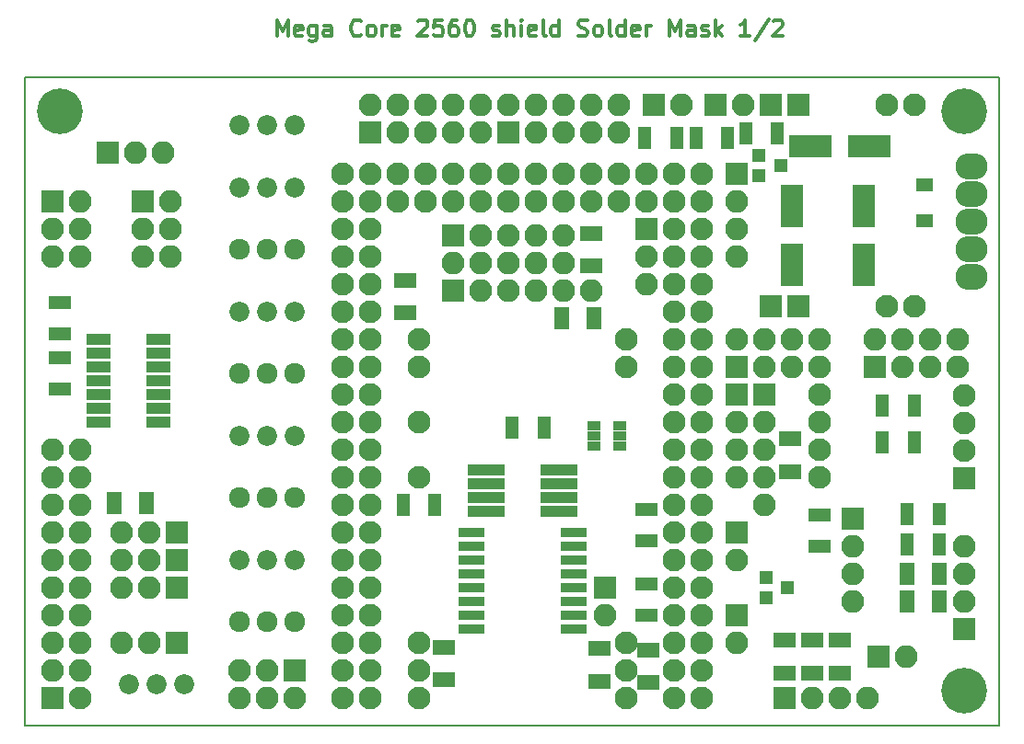
<source format=gbr>
G04 #@! TF.FileFunction,Soldermask,Top*
%FSLAX46Y46*%
G04 Gerber Fmt 4.6, Leading zero omitted, Abs format (unit mm)*
G04 Created by KiCad (PCBNEW 4.0.7) date 09/09/18 14:09:12*
%MOMM*%
%LPD*%
G01*
G04 APERTURE LIST*
%ADD10C,0.100000*%
%ADD11C,0.150000*%
%ADD12C,0.300000*%
%ADD13C,1.840000*%
%ADD14R,2.100000X2.100000*%
%ADD15O,2.100000X2.100000*%
%ADD16C,2.100000*%
%ADD17O,2.940000X2.432000*%
%ADD18R,1.300000X2.100000*%
%ADD19R,1.600000X1.300000*%
%ADD20R,1.300000X1.200000*%
%ADD21C,4.200000*%
%ADD22R,2.000000X1.400000*%
%ADD23R,1.400000X2.000000*%
%ADD24R,2.100000X1.300000*%
%ADD25R,2.380000X0.930000*%
%ADD26R,3.400000X1.050000*%
%ADD27R,1.200000X0.950000*%
%ADD28C,1.924000*%
%ADD29R,3.900000X2.000000*%
%ADD30R,2.000000X3.900000*%
%ADD31R,2.200000X1.098500*%
G04 APERTURE END LIST*
D10*
D11*
X140177520Y-61879480D02*
X140177520Y-121569480D01*
X229712520Y-61879480D02*
X140177520Y-61879480D01*
X229712520Y-121569480D02*
X229712520Y-61879480D01*
X140177520Y-121569480D02*
X229712520Y-121569480D01*
D12*
X163318236Y-58113051D02*
X163318236Y-56613051D01*
X163818236Y-57684480D01*
X164318236Y-56613051D01*
X164318236Y-58113051D01*
X165603950Y-58041623D02*
X165461093Y-58113051D01*
X165175379Y-58113051D01*
X165032522Y-58041623D01*
X164961093Y-57898766D01*
X164961093Y-57327337D01*
X165032522Y-57184480D01*
X165175379Y-57113051D01*
X165461093Y-57113051D01*
X165603950Y-57184480D01*
X165675379Y-57327337D01*
X165675379Y-57470194D01*
X164961093Y-57613051D01*
X166961093Y-57113051D02*
X166961093Y-58327337D01*
X166889664Y-58470194D01*
X166818236Y-58541623D01*
X166675379Y-58613051D01*
X166461093Y-58613051D01*
X166318236Y-58541623D01*
X166961093Y-58041623D02*
X166818236Y-58113051D01*
X166532522Y-58113051D01*
X166389664Y-58041623D01*
X166318236Y-57970194D01*
X166246807Y-57827337D01*
X166246807Y-57398766D01*
X166318236Y-57255909D01*
X166389664Y-57184480D01*
X166532522Y-57113051D01*
X166818236Y-57113051D01*
X166961093Y-57184480D01*
X168318236Y-58113051D02*
X168318236Y-57327337D01*
X168246807Y-57184480D01*
X168103950Y-57113051D01*
X167818236Y-57113051D01*
X167675379Y-57184480D01*
X168318236Y-58041623D02*
X168175379Y-58113051D01*
X167818236Y-58113051D01*
X167675379Y-58041623D01*
X167603950Y-57898766D01*
X167603950Y-57755909D01*
X167675379Y-57613051D01*
X167818236Y-57541623D01*
X168175379Y-57541623D01*
X168318236Y-57470194D01*
X171032522Y-57970194D02*
X170961093Y-58041623D01*
X170746807Y-58113051D01*
X170603950Y-58113051D01*
X170389665Y-58041623D01*
X170246807Y-57898766D01*
X170175379Y-57755909D01*
X170103950Y-57470194D01*
X170103950Y-57255909D01*
X170175379Y-56970194D01*
X170246807Y-56827337D01*
X170389665Y-56684480D01*
X170603950Y-56613051D01*
X170746807Y-56613051D01*
X170961093Y-56684480D01*
X171032522Y-56755909D01*
X171889665Y-58113051D02*
X171746807Y-58041623D01*
X171675379Y-57970194D01*
X171603950Y-57827337D01*
X171603950Y-57398766D01*
X171675379Y-57255909D01*
X171746807Y-57184480D01*
X171889665Y-57113051D01*
X172103950Y-57113051D01*
X172246807Y-57184480D01*
X172318236Y-57255909D01*
X172389665Y-57398766D01*
X172389665Y-57827337D01*
X172318236Y-57970194D01*
X172246807Y-58041623D01*
X172103950Y-58113051D01*
X171889665Y-58113051D01*
X173032522Y-58113051D02*
X173032522Y-57113051D01*
X173032522Y-57398766D02*
X173103950Y-57255909D01*
X173175379Y-57184480D01*
X173318236Y-57113051D01*
X173461093Y-57113051D01*
X174532521Y-58041623D02*
X174389664Y-58113051D01*
X174103950Y-58113051D01*
X173961093Y-58041623D01*
X173889664Y-57898766D01*
X173889664Y-57327337D01*
X173961093Y-57184480D01*
X174103950Y-57113051D01*
X174389664Y-57113051D01*
X174532521Y-57184480D01*
X174603950Y-57327337D01*
X174603950Y-57470194D01*
X173889664Y-57613051D01*
X176318235Y-56755909D02*
X176389664Y-56684480D01*
X176532521Y-56613051D01*
X176889664Y-56613051D01*
X177032521Y-56684480D01*
X177103950Y-56755909D01*
X177175378Y-56898766D01*
X177175378Y-57041623D01*
X177103950Y-57255909D01*
X176246807Y-58113051D01*
X177175378Y-58113051D01*
X178532521Y-56613051D02*
X177818235Y-56613051D01*
X177746806Y-57327337D01*
X177818235Y-57255909D01*
X177961092Y-57184480D01*
X178318235Y-57184480D01*
X178461092Y-57255909D01*
X178532521Y-57327337D01*
X178603949Y-57470194D01*
X178603949Y-57827337D01*
X178532521Y-57970194D01*
X178461092Y-58041623D01*
X178318235Y-58113051D01*
X177961092Y-58113051D01*
X177818235Y-58041623D01*
X177746806Y-57970194D01*
X179889663Y-56613051D02*
X179603949Y-56613051D01*
X179461092Y-56684480D01*
X179389663Y-56755909D01*
X179246806Y-56970194D01*
X179175377Y-57255909D01*
X179175377Y-57827337D01*
X179246806Y-57970194D01*
X179318234Y-58041623D01*
X179461092Y-58113051D01*
X179746806Y-58113051D01*
X179889663Y-58041623D01*
X179961092Y-57970194D01*
X180032520Y-57827337D01*
X180032520Y-57470194D01*
X179961092Y-57327337D01*
X179889663Y-57255909D01*
X179746806Y-57184480D01*
X179461092Y-57184480D01*
X179318234Y-57255909D01*
X179246806Y-57327337D01*
X179175377Y-57470194D01*
X180961091Y-56613051D02*
X181103948Y-56613051D01*
X181246805Y-56684480D01*
X181318234Y-56755909D01*
X181389663Y-56898766D01*
X181461091Y-57184480D01*
X181461091Y-57541623D01*
X181389663Y-57827337D01*
X181318234Y-57970194D01*
X181246805Y-58041623D01*
X181103948Y-58113051D01*
X180961091Y-58113051D01*
X180818234Y-58041623D01*
X180746805Y-57970194D01*
X180675377Y-57827337D01*
X180603948Y-57541623D01*
X180603948Y-57184480D01*
X180675377Y-56898766D01*
X180746805Y-56755909D01*
X180818234Y-56684480D01*
X180961091Y-56613051D01*
X183175376Y-58041623D02*
X183318233Y-58113051D01*
X183603948Y-58113051D01*
X183746805Y-58041623D01*
X183818233Y-57898766D01*
X183818233Y-57827337D01*
X183746805Y-57684480D01*
X183603948Y-57613051D01*
X183389662Y-57613051D01*
X183246805Y-57541623D01*
X183175376Y-57398766D01*
X183175376Y-57327337D01*
X183246805Y-57184480D01*
X183389662Y-57113051D01*
X183603948Y-57113051D01*
X183746805Y-57184480D01*
X184461091Y-58113051D02*
X184461091Y-56613051D01*
X185103948Y-58113051D02*
X185103948Y-57327337D01*
X185032519Y-57184480D01*
X184889662Y-57113051D01*
X184675377Y-57113051D01*
X184532519Y-57184480D01*
X184461091Y-57255909D01*
X185818234Y-58113051D02*
X185818234Y-57113051D01*
X185818234Y-56613051D02*
X185746805Y-56684480D01*
X185818234Y-56755909D01*
X185889662Y-56684480D01*
X185818234Y-56613051D01*
X185818234Y-56755909D01*
X187103948Y-58041623D02*
X186961091Y-58113051D01*
X186675377Y-58113051D01*
X186532520Y-58041623D01*
X186461091Y-57898766D01*
X186461091Y-57327337D01*
X186532520Y-57184480D01*
X186675377Y-57113051D01*
X186961091Y-57113051D01*
X187103948Y-57184480D01*
X187175377Y-57327337D01*
X187175377Y-57470194D01*
X186461091Y-57613051D01*
X188032520Y-58113051D02*
X187889662Y-58041623D01*
X187818234Y-57898766D01*
X187818234Y-56613051D01*
X189246805Y-58113051D02*
X189246805Y-56613051D01*
X189246805Y-58041623D02*
X189103948Y-58113051D01*
X188818234Y-58113051D01*
X188675376Y-58041623D01*
X188603948Y-57970194D01*
X188532519Y-57827337D01*
X188532519Y-57398766D01*
X188603948Y-57255909D01*
X188675376Y-57184480D01*
X188818234Y-57113051D01*
X189103948Y-57113051D01*
X189246805Y-57184480D01*
X191032519Y-58041623D02*
X191246805Y-58113051D01*
X191603948Y-58113051D01*
X191746805Y-58041623D01*
X191818234Y-57970194D01*
X191889662Y-57827337D01*
X191889662Y-57684480D01*
X191818234Y-57541623D01*
X191746805Y-57470194D01*
X191603948Y-57398766D01*
X191318234Y-57327337D01*
X191175376Y-57255909D01*
X191103948Y-57184480D01*
X191032519Y-57041623D01*
X191032519Y-56898766D01*
X191103948Y-56755909D01*
X191175376Y-56684480D01*
X191318234Y-56613051D01*
X191675376Y-56613051D01*
X191889662Y-56684480D01*
X192746805Y-58113051D02*
X192603947Y-58041623D01*
X192532519Y-57970194D01*
X192461090Y-57827337D01*
X192461090Y-57398766D01*
X192532519Y-57255909D01*
X192603947Y-57184480D01*
X192746805Y-57113051D01*
X192961090Y-57113051D01*
X193103947Y-57184480D01*
X193175376Y-57255909D01*
X193246805Y-57398766D01*
X193246805Y-57827337D01*
X193175376Y-57970194D01*
X193103947Y-58041623D01*
X192961090Y-58113051D01*
X192746805Y-58113051D01*
X194103948Y-58113051D02*
X193961090Y-58041623D01*
X193889662Y-57898766D01*
X193889662Y-56613051D01*
X195318233Y-58113051D02*
X195318233Y-56613051D01*
X195318233Y-58041623D02*
X195175376Y-58113051D01*
X194889662Y-58113051D01*
X194746804Y-58041623D01*
X194675376Y-57970194D01*
X194603947Y-57827337D01*
X194603947Y-57398766D01*
X194675376Y-57255909D01*
X194746804Y-57184480D01*
X194889662Y-57113051D01*
X195175376Y-57113051D01*
X195318233Y-57184480D01*
X196603947Y-58041623D02*
X196461090Y-58113051D01*
X196175376Y-58113051D01*
X196032519Y-58041623D01*
X195961090Y-57898766D01*
X195961090Y-57327337D01*
X196032519Y-57184480D01*
X196175376Y-57113051D01*
X196461090Y-57113051D01*
X196603947Y-57184480D01*
X196675376Y-57327337D01*
X196675376Y-57470194D01*
X195961090Y-57613051D01*
X197318233Y-58113051D02*
X197318233Y-57113051D01*
X197318233Y-57398766D02*
X197389661Y-57255909D01*
X197461090Y-57184480D01*
X197603947Y-57113051D01*
X197746804Y-57113051D01*
X199389661Y-58113051D02*
X199389661Y-56613051D01*
X199889661Y-57684480D01*
X200389661Y-56613051D01*
X200389661Y-58113051D01*
X201746804Y-58113051D02*
X201746804Y-57327337D01*
X201675375Y-57184480D01*
X201532518Y-57113051D01*
X201246804Y-57113051D01*
X201103947Y-57184480D01*
X201746804Y-58041623D02*
X201603947Y-58113051D01*
X201246804Y-58113051D01*
X201103947Y-58041623D01*
X201032518Y-57898766D01*
X201032518Y-57755909D01*
X201103947Y-57613051D01*
X201246804Y-57541623D01*
X201603947Y-57541623D01*
X201746804Y-57470194D01*
X202389661Y-58041623D02*
X202532518Y-58113051D01*
X202818233Y-58113051D01*
X202961090Y-58041623D01*
X203032518Y-57898766D01*
X203032518Y-57827337D01*
X202961090Y-57684480D01*
X202818233Y-57613051D01*
X202603947Y-57613051D01*
X202461090Y-57541623D01*
X202389661Y-57398766D01*
X202389661Y-57327337D01*
X202461090Y-57184480D01*
X202603947Y-57113051D01*
X202818233Y-57113051D01*
X202961090Y-57184480D01*
X203675376Y-58113051D02*
X203675376Y-56613051D01*
X203818233Y-57541623D02*
X204246804Y-58113051D01*
X204246804Y-57113051D02*
X203675376Y-57684480D01*
X206818233Y-58113051D02*
X205961090Y-58113051D01*
X206389662Y-58113051D02*
X206389662Y-56613051D01*
X206246805Y-56827337D01*
X206103947Y-56970194D01*
X205961090Y-57041623D01*
X208532518Y-56541623D02*
X207246804Y-58470194D01*
X208961090Y-56755909D02*
X209032519Y-56684480D01*
X209175376Y-56613051D01*
X209532519Y-56613051D01*
X209675376Y-56684480D01*
X209746805Y-56755909D01*
X209818233Y-56898766D01*
X209818233Y-57041623D01*
X209746805Y-57255909D01*
X208889662Y-58113051D01*
X209818233Y-58113051D01*
D13*
X149702520Y-117759480D03*
X152242520Y-117759480D03*
X154782520Y-117759480D03*
D14*
X208122520Y-91089480D03*
D15*
X208122520Y-93629480D03*
X208122520Y-96169480D03*
X208122520Y-98709480D03*
X208122520Y-101249480D03*
D16*
X187167520Y-73309480D03*
X189707520Y-73309480D03*
X192247520Y-73309480D03*
X194787520Y-73309480D03*
X197327520Y-73309480D03*
X184627520Y-73309480D03*
X182087520Y-73309480D03*
X179547520Y-73309480D03*
X177007520Y-73309480D03*
X174467520Y-73309480D03*
X197327520Y-70769480D03*
X194787520Y-70769480D03*
X192247520Y-70769480D03*
X189707520Y-70769480D03*
X187167520Y-70769480D03*
X184627520Y-70769480D03*
X182087520Y-70769480D03*
X179547520Y-70769480D03*
X177007520Y-70769480D03*
X174467520Y-70769480D03*
X199867520Y-70769480D03*
X199867520Y-73309480D03*
X199867520Y-75849480D03*
X199867520Y-78389480D03*
X199867520Y-80929480D03*
X199867520Y-83469480D03*
X199867520Y-86009480D03*
X199867520Y-88549480D03*
X199867520Y-91089480D03*
X199867520Y-93629480D03*
X199867520Y-96169480D03*
X199867520Y-98709480D03*
X199867520Y-101249480D03*
X199867520Y-103789480D03*
X199867520Y-106329480D03*
X199867520Y-108869480D03*
X199867520Y-111409480D03*
X199867520Y-113949480D03*
X199867520Y-116489480D03*
X199867520Y-119029480D03*
X202407520Y-70769480D03*
X202407520Y-73309480D03*
X202407520Y-75849480D03*
X202407520Y-78389480D03*
X202407520Y-80929480D03*
X202407520Y-83469480D03*
X202407520Y-86009480D03*
X202407520Y-88549480D03*
X202407520Y-91089480D03*
X202407520Y-93629480D03*
X202407520Y-96169480D03*
X202407520Y-98709480D03*
X202407520Y-101249480D03*
X202407520Y-103789480D03*
X202407520Y-106329480D03*
X202407520Y-108869480D03*
X202407520Y-111409480D03*
X202407520Y-113949480D03*
X202407520Y-116489480D03*
X202407520Y-119029480D03*
X171927520Y-70769480D03*
X171927520Y-73309480D03*
X171927520Y-75849480D03*
X171927520Y-78389480D03*
X171927520Y-80929480D03*
X171927520Y-83469480D03*
X171927520Y-86009480D03*
X171927520Y-88549480D03*
X171927520Y-91089480D03*
X171927520Y-93629480D03*
X171927520Y-96169480D03*
X171927520Y-98709480D03*
X171927520Y-101249480D03*
X171927520Y-103789480D03*
X171927520Y-106329480D03*
X171927520Y-108869480D03*
X171927520Y-111409480D03*
X171927520Y-113949480D03*
X171927520Y-116489480D03*
X171927520Y-119029480D03*
X169387520Y-119029480D03*
X169387520Y-116489480D03*
X169387520Y-113949480D03*
X169387520Y-111409480D03*
X169387520Y-108869480D03*
X169387520Y-106329480D03*
X169387520Y-103789480D03*
X169387520Y-101249480D03*
X169387520Y-98709480D03*
X169387520Y-96169480D03*
X169387520Y-93629480D03*
X169387520Y-91089480D03*
X169387520Y-88549480D03*
X169387520Y-86009480D03*
X169387520Y-83469480D03*
X169387520Y-80929480D03*
X169387520Y-78389480D03*
X169387520Y-75849480D03*
X169387520Y-73309480D03*
X169387520Y-70769480D03*
D17*
X227172520Y-70134480D03*
X227172520Y-72674480D03*
X227172520Y-75214480D03*
X227172520Y-77754480D03*
X227172520Y-80294480D03*
D18*
X206418520Y-67086480D03*
X209318520Y-67086480D03*
D19*
X222854520Y-75086480D03*
X222854520Y-71786480D03*
D14*
X208757520Y-64419480D03*
X208767520Y-82961480D03*
X211297520Y-64419480D03*
X211297520Y-82961480D03*
D16*
X219425520Y-64419480D03*
X219425520Y-82961480D03*
X221965520Y-64419480D03*
X221965520Y-82961480D03*
D14*
X197327520Y-75849480D03*
D15*
X197327520Y-78389480D03*
X197327520Y-80929480D03*
D14*
X205582520Y-70769480D03*
D15*
X205582520Y-73309480D03*
X205582520Y-75849480D03*
X205582520Y-78389480D03*
D20*
X208265520Y-107919480D03*
X208265520Y-109819480D03*
X210265520Y-108869480D03*
D18*
X221891520Y-92105480D03*
X218991520Y-92105480D03*
X221891520Y-95534480D03*
X218991520Y-95534480D03*
D14*
X218663520Y-115219480D03*
D15*
X221203520Y-115219480D03*
D21*
X226537520Y-118394480D03*
X226537520Y-65054480D03*
D22*
X210535520Y-98177480D03*
X210535520Y-95177480D03*
D18*
X197147520Y-67467480D03*
X200047520Y-67467480D03*
D14*
X179547520Y-76484480D03*
D15*
X179547520Y-79024480D03*
X182087520Y-76484480D03*
X182087520Y-79024480D03*
X184627520Y-76484480D03*
X184627520Y-79024480D03*
X187167520Y-76484480D03*
X187167520Y-79024480D03*
X189707520Y-76484480D03*
X189707520Y-79024480D03*
D16*
X195422520Y-86009480D03*
X195422520Y-88549480D03*
X176372520Y-86009480D03*
X176372520Y-88549480D03*
X176372520Y-93629480D03*
X176372520Y-98709480D03*
X176372520Y-113949480D03*
X176372520Y-116489480D03*
X176372520Y-119029480D03*
X195422520Y-119029480D03*
X195422520Y-116489480D03*
X195422520Y-113949480D03*
D23*
X224227520Y-110139480D03*
X221227520Y-110139480D03*
X224227520Y-107599480D03*
X221227520Y-107599480D03*
D18*
X221277520Y-104932480D03*
X224177520Y-104932480D03*
X221277520Y-102138480D03*
X224177520Y-102138480D03*
D14*
X226537520Y-112679480D03*
D15*
X226537520Y-110139480D03*
X226537520Y-107599480D03*
X226537520Y-105059480D03*
D14*
X210027520Y-119029480D03*
D15*
X212567520Y-119029480D03*
X215107520Y-119029480D03*
X217647520Y-119029480D03*
D22*
X215107520Y-116719480D03*
X215107520Y-113719480D03*
X212567520Y-116719480D03*
X212567520Y-113719480D03*
X210027520Y-116719480D03*
X210027520Y-113719480D03*
D14*
X205582520Y-111409480D03*
D15*
X205582520Y-113949480D03*
D24*
X213202520Y-105112480D03*
X213202520Y-102212480D03*
D14*
X216250520Y-102519480D03*
D15*
X216250520Y-105059480D03*
X216250520Y-107599480D03*
X216250520Y-110139480D03*
D14*
X205582520Y-103789480D03*
D15*
X205582520Y-106329480D03*
D14*
X205582520Y-91089480D03*
D15*
X205582520Y-93629480D03*
X205582520Y-96169480D03*
X205582520Y-98709480D03*
D16*
X226537520Y-91152980D03*
X226537520Y-93692980D03*
X226537520Y-96232980D03*
D14*
X226537520Y-98772980D03*
D16*
X213202520Y-91102180D03*
X213202520Y-93642180D03*
X213202520Y-96182180D03*
X213202520Y-98722180D03*
X213202520Y-98722180D03*
X213202520Y-96182180D03*
X213202520Y-93642180D03*
X213202520Y-91102180D03*
D18*
X201846520Y-67467480D03*
X204746520Y-67467480D03*
D14*
X203677520Y-64419480D03*
D15*
X206217520Y-64419480D03*
D14*
X197962520Y-64419480D03*
D15*
X200502520Y-64419480D03*
D14*
X179547520Y-81564480D03*
D15*
X182087520Y-81564480D03*
X184627520Y-81564480D03*
X187167520Y-81564480D03*
X189707520Y-81564480D03*
X192247520Y-81564480D03*
D22*
X197454520Y-114608480D03*
X197454520Y-117608480D03*
X193009520Y-117481480D03*
X193009520Y-114481480D03*
X178658520Y-117354480D03*
X178658520Y-114354480D03*
D25*
X181212520Y-103789480D03*
X181212520Y-105059480D03*
X181212520Y-106329480D03*
X181212520Y-107599480D03*
X181212520Y-108869480D03*
X181212520Y-110139480D03*
X181212520Y-111409480D03*
X181212520Y-112679480D03*
X190582520Y-112679480D03*
X190582520Y-111409480D03*
X190582520Y-110139480D03*
X190582520Y-108869480D03*
X190582520Y-107599480D03*
X190582520Y-106329480D03*
X190582520Y-105059480D03*
X190582520Y-103789480D03*
D14*
X193517520Y-108869480D03*
D15*
X193517520Y-111409480D03*
D24*
X197327520Y-111462480D03*
X197327520Y-108562480D03*
X197327520Y-104604480D03*
X197327520Y-101704480D03*
D18*
X177822520Y-101249480D03*
X174922520Y-101249480D03*
D26*
X189247520Y-98074480D03*
X189247520Y-99344480D03*
X189247520Y-100614480D03*
X189247520Y-101884480D03*
X182547520Y-101884480D03*
X182547520Y-100614480D03*
X182547520Y-99344480D03*
X182547520Y-98074480D03*
D27*
X192444520Y-93949480D03*
X192444520Y-94899480D03*
X192444520Y-95849480D03*
X194844520Y-95849480D03*
X194844520Y-94899480D03*
X194844520Y-93949480D03*
D18*
X187855520Y-94137480D03*
X184955520Y-94137480D03*
D14*
X147797520Y-68864480D03*
D15*
X150337520Y-68864480D03*
X152877520Y-68864480D03*
D14*
X150972520Y-73309480D03*
D15*
X153512520Y-73309480D03*
X150972520Y-75849480D03*
X153512520Y-75849480D03*
X150972520Y-78389480D03*
X153512520Y-78389480D03*
D14*
X142717520Y-73309480D03*
D15*
X145257520Y-73309480D03*
X142717520Y-75849480D03*
X145257520Y-75849480D03*
X142717520Y-78389480D03*
X145257520Y-78389480D03*
D24*
X143352520Y-85554480D03*
X143352520Y-82654480D03*
X143352520Y-90634480D03*
X143352520Y-87734480D03*
D14*
X142717520Y-119029480D03*
D15*
X145257520Y-116489480D03*
X142717520Y-116489480D03*
X145257520Y-113949480D03*
X142717520Y-113949480D03*
X145257520Y-111409480D03*
X142717520Y-111409480D03*
X145257520Y-108869480D03*
X142717520Y-108869480D03*
X145257520Y-106329480D03*
X142717520Y-106329480D03*
X145257520Y-103789480D03*
X142717520Y-103789480D03*
X145257520Y-101249480D03*
X142717520Y-101249480D03*
X145257520Y-98709480D03*
X142717520Y-98709480D03*
X145257520Y-96169480D03*
X142717520Y-96169480D03*
D16*
X145257520Y-119029480D03*
D23*
X151329520Y-101122480D03*
X148329520Y-101122480D03*
D14*
X154147520Y-103789480D03*
D15*
X151607520Y-103789480D03*
X149067520Y-103789480D03*
D14*
X154147520Y-106329480D03*
D15*
X151607520Y-106329480D03*
X149067520Y-106329480D03*
D14*
X154147520Y-108869480D03*
D15*
X151607520Y-108869480D03*
X149067520Y-108869480D03*
D14*
X154147520Y-113949480D03*
D15*
X151607520Y-113949480D03*
X149067520Y-113949480D03*
D14*
X164942520Y-116489480D03*
D15*
X164942520Y-119029480D03*
X162402520Y-116489480D03*
X162402520Y-119029480D03*
X159862520Y-116489480D03*
X159862520Y-119029480D03*
D28*
X162402520Y-112044480D03*
X164942520Y-112044480D03*
X159862520Y-112044480D03*
D13*
X159862520Y-106329480D03*
X162402520Y-106329480D03*
X164942520Y-106329480D03*
D28*
X162402520Y-100614480D03*
X164942520Y-100614480D03*
X159862520Y-100614480D03*
D13*
X159862520Y-94899480D03*
X162402520Y-94899480D03*
X164942520Y-94899480D03*
D28*
X162402520Y-89184480D03*
X164942520Y-89184480D03*
X159862520Y-89184480D03*
D13*
X159862520Y-83469480D03*
X162402520Y-83469480D03*
X164942520Y-83469480D03*
X159862520Y-72039480D03*
X162402520Y-72039480D03*
X164942520Y-72039480D03*
D28*
X162402520Y-77754480D03*
X164942520Y-77754480D03*
X159862520Y-77754480D03*
D13*
X159862520Y-66324480D03*
X162402520Y-66324480D03*
X164942520Y-66324480D03*
D22*
X175102520Y-83572480D03*
X175102520Y-80572480D03*
D23*
X192477520Y-84104480D03*
X189477520Y-84104480D03*
D14*
X205582520Y-88549480D03*
D15*
X205582520Y-86009480D03*
X208122520Y-88549480D03*
X208122520Y-86009480D03*
X210662520Y-88549480D03*
X210662520Y-86009480D03*
X213202520Y-88549480D03*
X213202520Y-86009480D03*
D14*
X171927520Y-66959480D03*
D15*
X171927520Y-64419480D03*
X174467520Y-66959480D03*
X174467520Y-64419480D03*
X177007520Y-66959480D03*
X177007520Y-64419480D03*
X179547520Y-66959480D03*
X179547520Y-64419480D03*
X182087520Y-66959480D03*
X182087520Y-64419480D03*
D14*
X184627520Y-66959480D03*
D15*
X184627520Y-64419480D03*
X187167520Y-66959480D03*
X187167520Y-64419480D03*
X189707520Y-66959480D03*
X189707520Y-64419480D03*
X192247520Y-66959480D03*
X192247520Y-64419480D03*
X194787520Y-66959480D03*
X194787520Y-64419480D03*
D14*
X218282520Y-88549480D03*
D15*
X218282520Y-86009480D03*
X220822520Y-88549480D03*
X220822520Y-86009480D03*
X223362520Y-88549480D03*
X223362520Y-86009480D03*
X225902520Y-88549480D03*
X225902520Y-86009480D03*
D29*
X212407520Y-68229480D03*
X217807520Y-68229480D03*
D22*
X192247520Y-79254480D03*
X192247520Y-76254480D03*
D30*
X217266520Y-79184480D03*
X217266520Y-73784480D03*
X210662520Y-73784480D03*
X210662520Y-79184480D03*
D21*
X143352520Y-65054480D03*
D31*
X146954240Y-86012020D03*
X146954240Y-87282020D03*
X146954240Y-88552020D03*
X146954240Y-89819480D03*
X146954240Y-91086940D03*
X146954240Y-92356940D03*
X146954240Y-93626940D03*
X152450800Y-93626940D03*
X152450800Y-92356940D03*
X152450800Y-91086940D03*
X152450800Y-89819480D03*
X152450800Y-88552020D03*
X152450800Y-87282020D03*
X152450800Y-86012020D03*
D20*
X207630520Y-69057480D03*
X207630520Y-70957480D03*
X209630520Y-70007480D03*
M02*

</source>
